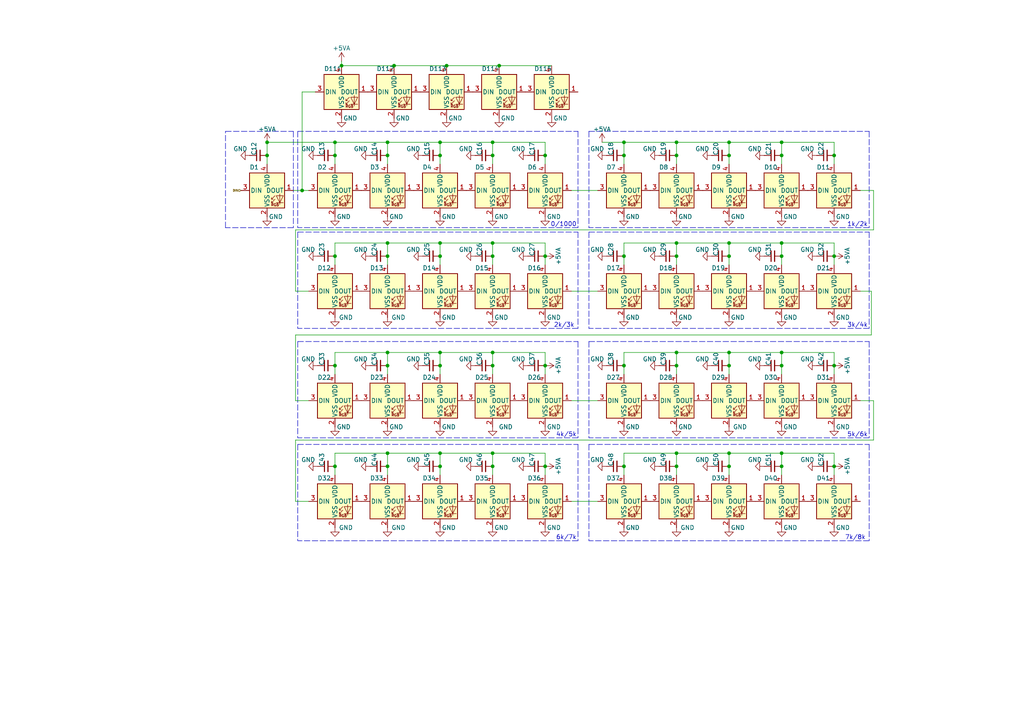
<source format=kicad_sch>
(kicad_sch (version 20211123) (generator eeschema)
  (paper "A4")
  (junction (at 180.975 41.275) (diameter 0.9144))
  (junction (at 142.875 102.235) (diameter 0.9144))
  (junction (at 180.975 106.045) (diameter 0.9144))
  (junction (at 196.215 131.445) (diameter 0.9144))
  (junction (at 211.455 70.485) (diameter 0.9144))
  (junction (at 241.935 45.085) (diameter 0.9144))
  (junction (at 211.455 131.445) (diameter 0.9144))
  (junction (at 77.47 41.275) (diameter 0.9144))
  (junction (at 196.215 135.255) (diameter 0.9144))
  (junction (at 196.215 102.235) (diameter 0.9144))
  (junction (at 112.395 70.485) (diameter 0.9144))
  (junction (at 127.635 135.255) (diameter 0.9144))
  (junction (at 226.695 102.235) (diameter 0.9144))
  (junction (at 144.78 19.05))
  (junction (at 77.47 45.085) (diameter 0.9144))
  (junction (at 142.875 74.295) (diameter 0.9144))
  (junction (at 211.455 74.295) (diameter 0.9144))
  (junction (at 180.975 135.255) (diameter 0.9144))
  (junction (at 127.635 102.235) (diameter 0.9144))
  (junction (at 112.395 41.275) (diameter 0.9144))
  (junction (at 142.875 135.255) (diameter 0.9144))
  (junction (at 127.635 70.485) (diameter 0.9144))
  (junction (at 196.215 45.085) (diameter 0.9144))
  (junction (at 241.935 74.295) (diameter 0.9144))
  (junction (at 180.975 74.295) (diameter 0.9144))
  (junction (at 241.935 106.045) (diameter 0.9144))
  (junction (at 226.695 131.445) (diameter 0.9144))
  (junction (at 158.115 74.295) (diameter 0.9144))
  (junction (at 211.455 106.045) (diameter 0.9144))
  (junction (at 127.635 106.045) (diameter 0.9144))
  (junction (at 112.395 74.295) (diameter 0.9144))
  (junction (at 142.875 45.085) (diameter 0.9144))
  (junction (at 127.635 131.445) (diameter 0.9144))
  (junction (at 226.695 106.045) (diameter 0.9144))
  (junction (at 127.635 45.085) (diameter 0.9144))
  (junction (at 180.975 45.085) (diameter 0.9144))
  (junction (at 158.115 135.255) (diameter 0.9144))
  (junction (at 97.155 45.085) (diameter 0.9144))
  (junction (at 112.395 131.445) (diameter 0.9144))
  (junction (at 112.395 106.045) (diameter 0.9144))
  (junction (at 99.06 19.05))
  (junction (at 226.695 41.275) (diameter 0.9144))
  (junction (at 226.695 70.485) (diameter 0.9144))
  (junction (at 97.155 135.255) (diameter 0.9144))
  (junction (at 97.155 41.275) (diameter 0.9144))
  (junction (at 142.875 41.275) (diameter 0.9144))
  (junction (at 127.635 41.275) (diameter 0.9144))
  (junction (at 158.115 45.085) (diameter 0.9144))
  (junction (at 97.155 106.045) (diameter 0.9144))
  (junction (at 112.395 102.235) (diameter 0.9144))
  (junction (at 226.695 135.255) (diameter 0.9144))
  (junction (at 142.875 106.045) (diameter 0.9144))
  (junction (at 142.875 70.485) (diameter 0.9144))
  (junction (at 226.695 74.295) (diameter 0.9144))
  (junction (at 241.935 135.255) (diameter 0.9144))
  (junction (at 196.215 70.485) (diameter 0.9144))
  (junction (at 211.455 41.275) (diameter 0.9144))
  (junction (at 196.215 106.045) (diameter 0.9144))
  (junction (at 114.3 19.05))
  (junction (at 129.54 19.05))
  (junction (at 158.115 106.045) (diameter 0.9144))
  (junction (at 97.155 74.295) (diameter 0.9144))
  (junction (at 211.455 135.255) (diameter 0.9144))
  (junction (at 112.395 135.255) (diameter 0.9144))
  (junction (at 226.695 45.085) (diameter 0.9144))
  (junction (at 127.635 74.295) (diameter 0.9144))
  (junction (at 196.215 41.275) (diameter 0.9144))
  (junction (at 196.215 74.295) (diameter 0.9144))
  (junction (at 211.455 45.085) (diameter 0.9144))
  (junction (at 142.875 131.445) (diameter 0.9144))
  (junction (at 87.63 55.245))
  (junction (at 211.455 102.235) (diameter 0.9144))
  (junction (at 112.395 45.085) (diameter 0.9144))
  (polyline (pts (xy 167.64 127) (xy 86.36 127)) (stroke (width 0) (type dash)))
  (wire (pts (xy 112.395 131.445) (xy 127.635 131.445)))
  (polyline (pts (xy 85.09 38.1) (xy 85.09 66.04)) (stroke (width 0) (type dash)))
  (wire (pts (xy 180.975 106.045) (xy 180.975 108.585)))
  (wire (pts (xy 253.365 55.245) (xy 253.365 66.675)))
  (polyline (pts (xy 85.09 66.04) (xy 65.405 66.04)) (stroke (width 0) (type dash)))
  (wire (pts (xy 112.395 70.485) (xy 112.395 74.295)))
  (wire (pts (xy 142.875 106.045) (xy 142.875 108.585)))
  (polyline (pts (xy 170.815 99.06) (xy 252.095 99.06)) (stroke (width 0) (type dash)))
  (wire (pts (xy 180.975 102.235) (xy 180.975 106.045)))
  (polyline (pts (xy 86.36 67.31) (xy 167.64 67.31)) (stroke (width 0) (type dash)))
  (wire (pts (xy 226.695 41.275) (xy 241.935 41.275)))
  (wire (pts (xy 97.155 70.485) (xy 97.155 74.295)))
  (wire (pts (xy 85.725 97.155) (xy 85.725 116.205)))
  (wire (pts (xy 196.215 131.445) (xy 211.455 131.445)))
  (wire (pts (xy 241.935 106.045) (xy 241.935 102.235)))
  (wire (pts (xy 112.395 102.235) (xy 127.635 102.235)))
  (wire (pts (xy 180.975 131.445) (xy 196.215 131.445)))
  (wire (pts (xy 211.455 131.445) (xy 211.455 135.255)))
  (polyline (pts (xy 252.095 156.845) (xy 170.815 156.845)) (stroke (width 0) (type dash)))
  (wire (pts (xy 180.975 70.485) (xy 180.975 74.295)))
  (wire (pts (xy 241.935 45.085) (xy 241.935 47.625)))
  (wire (pts (xy 77.47 41.275) (xy 97.155 41.275)))
  (wire (pts (xy 85.725 145.415) (xy 89.535 145.415)))
  (wire (pts (xy 241.935 70.485) (xy 241.935 74.295)))
  (wire (pts (xy 97.155 131.445) (xy 112.395 131.445)))
  (wire (pts (xy 142.875 135.255) (xy 142.875 137.795)))
  (wire (pts (xy 241.935 41.275) (xy 241.935 45.085)))
  (wire (pts (xy 112.395 131.445) (xy 112.395 135.255)))
  (wire (pts (xy 91.44 26.67) (xy 87.63 26.67)))
  (wire (pts (xy 114.3 19.05) (xy 129.54 19.05)))
  (wire (pts (xy 142.875 45.085) (xy 142.875 47.625)))
  (wire (pts (xy 112.395 41.275) (xy 127.635 41.275)))
  (wire (pts (xy 211.455 70.485) (xy 211.455 74.295)))
  (wire (pts (xy 127.635 41.275) (xy 127.635 45.085)))
  (wire (pts (xy 144.78 19.05) (xy 160.02 19.05)))
  (wire (pts (xy 158.115 106.045) (xy 158.115 108.585)))
  (wire (pts (xy 97.155 102.235) (xy 112.395 102.235)))
  (wire (pts (xy 211.455 45.085) (xy 211.455 41.275)))
  (polyline (pts (xy 167.64 128.905) (xy 167.64 156.845)) (stroke (width 0) (type dash)))
  (wire (pts (xy 180.975 131.445) (xy 180.975 135.255)))
  (wire (pts (xy 142.875 70.485) (xy 142.875 74.295)))
  (polyline (pts (xy 170.815 128.905) (xy 170.815 156.845)) (stroke (width 0) (type dash)))
  (wire (pts (xy 226.695 131.445) (xy 226.695 135.255)))
  (wire (pts (xy 180.975 41.275) (xy 180.975 45.085)))
  (wire (pts (xy 129.54 19.05) (xy 144.78 19.05)))
  (polyline (pts (xy 167.64 95.25) (xy 86.36 95.25)) (stroke (width 0) (type dash)))
  (wire (pts (xy 174.625 41.275) (xy 180.975 41.275)))
  (wire (pts (xy 196.215 106.045) (xy 196.215 108.585)))
  (wire (pts (xy 127.635 102.235) (xy 127.635 106.045)))
  (wire (pts (xy 196.215 131.445) (xy 196.215 135.255)))
  (wire (pts (xy 226.695 45.085) (xy 226.695 47.625)))
  (wire (pts (xy 112.395 74.295) (xy 112.395 76.835)))
  (wire (pts (xy 196.215 102.235) (xy 196.215 106.045)))
  (wire (pts (xy 97.155 74.295) (xy 97.155 76.835)))
  (wire (pts (xy 127.635 135.255) (xy 127.635 137.795)))
  (wire (pts (xy 158.115 70.485) (xy 158.115 74.295)))
  (wire (pts (xy 142.875 74.295) (xy 142.875 76.835)))
  (wire (pts (xy 165.735 145.415) (xy 173.355 145.415)))
  (wire (pts (xy 241.935 135.255) (xy 241.935 137.795)))
  (wire (pts (xy 112.395 106.045) (xy 112.395 108.585)))
  (wire (pts (xy 196.215 41.275) (xy 211.455 41.275)))
  (wire (pts (xy 180.975 135.255) (xy 180.975 137.795)))
  (wire (pts (xy 211.455 102.235) (xy 226.695 102.235)))
  (polyline (pts (xy 252.095 95.25) (xy 170.815 95.25)) (stroke (width 0) (type dash)))
  (wire (pts (xy 165.735 116.205) (xy 173.355 116.205)))
  (polyline (pts (xy 65.405 38.1) (xy 85.09 38.1)) (stroke (width 0) (type dash)))
  (polyline (pts (xy 170.815 67.31) (xy 170.815 95.25)) (stroke (width 0) (type dash)))
  (wire (pts (xy 241.935 106.045) (xy 241.935 108.585)))
  (wire (pts (xy 127.635 41.275) (xy 142.875 41.275)))
  (wire (pts (xy 97.155 106.045) (xy 97.155 108.585)))
  (polyline (pts (xy 167.64 38.1) (xy 167.64 66.04)) (stroke (width 0) (type dash)))
  (wire (pts (xy 211.455 41.275) (xy 226.695 41.275)))
  (wire (pts (xy 142.875 41.275) (xy 142.875 45.085)))
  (polyline (pts (xy 170.815 38.1) (xy 252.095 38.1)) (stroke (width 0) (type dash)))
  (polyline (pts (xy 170.815 99.06) (xy 170.815 127)) (stroke (width 0) (type dash)))
  (wire (pts (xy 127.635 102.235) (xy 142.875 102.235)))
  (wire (pts (xy 241.935 74.295) (xy 241.935 76.835)))
  (wire (pts (xy 158.115 74.295) (xy 158.115 76.835)))
  (wire (pts (xy 77.47 45.085) (xy 77.47 41.275)))
  (wire (pts (xy 85.725 84.455) (xy 89.535 84.455)))
  (wire (pts (xy 97.155 102.235) (xy 97.155 106.045)))
  (wire (pts (xy 211.455 131.445) (xy 226.695 131.445)))
  (wire (pts (xy 112.395 102.235) (xy 112.395 106.045)))
  (wire (pts (xy 211.455 70.485) (xy 226.695 70.485)))
  (wire (pts (xy 85.09 55.245) (xy 87.63 55.245)))
  (wire (pts (xy 241.935 131.445) (xy 241.935 135.255)))
  (wire (pts (xy 196.215 135.255) (xy 196.215 137.795)))
  (wire (pts (xy 97.155 131.445) (xy 97.155 135.255)))
  (wire (pts (xy 249.555 55.245) (xy 253.365 55.245)))
  (wire (pts (xy 249.555 116.205) (xy 253.365 116.205)))
  (wire (pts (xy 249.555 84.455) (xy 252.73 84.455)))
  (wire (pts (xy 180.975 74.295) (xy 180.975 76.835)))
  (wire (pts (xy 165.735 84.455) (xy 173.355 84.455)))
  (wire (pts (xy 196.215 41.275) (xy 196.215 45.085)))
  (wire (pts (xy 85.725 66.675) (xy 85.725 84.455)))
  (wire (pts (xy 97.155 41.275) (xy 112.395 41.275)))
  (wire (pts (xy 180.975 41.275) (xy 196.215 41.275)))
  (wire (pts (xy 112.395 135.255) (xy 112.395 137.795)))
  (wire (pts (xy 97.155 135.255) (xy 97.155 137.795)))
  (wire (pts (xy 196.215 74.295) (xy 196.215 76.835)))
  (wire (pts (xy 87.63 55.245) (xy 89.535 55.245)))
  (wire (pts (xy 112.395 70.485) (xy 127.635 70.485)))
  (wire (pts (xy 158.115 102.235) (xy 158.115 106.045)))
  (polyline (pts (xy 86.36 99.06) (xy 86.36 127)) (stroke (width 0) (type dash)))
  (wire (pts (xy 127.635 106.045) (xy 127.635 108.585)))
  (polyline (pts (xy 170.815 67.31) (xy 252.095 67.31)) (stroke (width 0) (type dash)))
  (wire (pts (xy 142.875 70.485) (xy 158.115 70.485)))
  (wire (pts (xy 127.635 70.485) (xy 127.635 74.295)))
  (wire (pts (xy 211.455 135.255) (xy 211.455 137.795)))
  (wire (pts (xy 226.695 70.485) (xy 226.695 74.295)))
  (wire (pts (xy 196.215 45.085) (xy 196.215 47.625)))
  (polyline (pts (xy 252.095 128.905) (xy 252.095 156.845)) (stroke (width 0) (type dash)))
  (wire (pts (xy 142.875 102.235) (xy 142.875 106.045)))
  (wire (pts (xy 97.155 41.275) (xy 97.155 45.085)))
  (wire (pts (xy 226.695 41.275) (xy 226.695 45.085)))
  (wire (pts (xy 253.365 66.675) (xy 85.725 66.675)))
  (wire (pts (xy 112.395 45.085) (xy 112.395 47.625)))
  (wire (pts (xy 127.635 74.295) (xy 127.635 76.835)))
  (wire (pts (xy 87.63 26.67) (xy 87.63 55.245)))
  (polyline (pts (xy 252.095 127) (xy 170.815 127)) (stroke (width 0) (type dash)))
  (wire (pts (xy 226.695 102.235) (xy 241.935 102.235)))
  (wire (pts (xy 127.635 131.445) (xy 127.635 135.255)))
  (polyline (pts (xy 252.095 38.1) (xy 252.095 66.04)) (stroke (width 0) (type dash)))
  (polyline (pts (xy 167.64 99.06) (xy 167.64 127)) (stroke (width 0) (type dash)))
  (wire (pts (xy 253.365 127.635) (xy 85.725 127.635)))
  (polyline (pts (xy 167.64 66.04) (xy 86.36 66.04)) (stroke (width 0) (type dash)))
  (wire (pts (xy 226.695 74.295) (xy 226.695 76.835)))
  (wire (pts (xy 196.215 70.485) (xy 196.215 74.295)))
  (wire (pts (xy 97.155 70.485) (xy 112.395 70.485)))
  (wire (pts (xy 196.215 102.235) (xy 211.455 102.235)))
  (wire (pts (xy 127.635 131.445) (xy 142.875 131.445)))
  (wire (pts (xy 226.695 131.445) (xy 241.935 131.445)))
  (wire (pts (xy 158.115 135.255) (xy 158.115 137.795)))
  (polyline (pts (xy 65.405 66.04) (xy 65.405 38.1)) (stroke (width 0) (type dash)))
  (wire (pts (xy 180.975 70.485) (xy 196.215 70.485)))
  (wire (pts (xy 196.215 70.485) (xy 211.455 70.485)))
  (polyline (pts (xy 167.64 156.845) (xy 86.36 156.845)) (stroke (width 0) (type dash)))
  (wire (pts (xy 211.455 106.045) (xy 211.455 102.235)))
  (wire (pts (xy 226.695 70.485) (xy 241.935 70.485)))
  (polyline (pts (xy 86.36 99.06) (xy 167.64 99.06)) (stroke (width 0) (type dash)))
  (polyline (pts (xy 170.815 38.1) (xy 170.815 66.04)) (stroke (width 0) (type dash)))
  (wire (pts (xy 158.115 45.085) (xy 158.115 47.625)))
  (polyline (pts (xy 252.095 67.31) (xy 252.095 95.25)) (stroke (width 0) (type dash)))
  (wire (pts (xy 165.735 55.245) (xy 173.355 55.245)))
  (polyline (pts (xy 167.64 67.31) (xy 167.64 95.25)) (stroke (width 0) (type dash)))
  (polyline (pts (xy 86.36 67.31) (xy 86.36 95.25)) (stroke (width 0) (type dash)))
  (wire (pts (xy 211.455 45.085) (xy 211.455 47.625)))
  (polyline (pts (xy 86.36 128.905) (xy 86.36 156.845)) (stroke (width 0) (type dash)))
  (wire (pts (xy 211.455 106.045) (xy 211.455 108.585)))
  (wire (pts (xy 226.695 106.045) (xy 226.695 108.585)))
  (wire (pts (xy 253.365 116.205) (xy 253.365 127.635)))
  (wire (pts (xy 211.455 74.295) (xy 211.455 76.835)))
  (wire (pts (xy 99.06 17.78) (xy 99.06 19.05)))
  (wire (pts (xy 226.695 135.255) (xy 226.695 137.795)))
  (wire (pts (xy 252.73 97.155) (xy 85.725 97.155)))
  (wire (pts (xy 142.875 41.275) (xy 158.115 41.275)))
  (polyline (pts (xy 252.095 99.06) (xy 252.095 127)) (stroke (width 0) (type dash)))
  (wire (pts (xy 77.47 45.085) (xy 77.47 47.625)))
  (wire (pts (xy 158.115 41.275) (xy 158.115 45.085)))
  (wire (pts (xy 158.115 135.255) (xy 158.115 131.445)))
  (polyline (pts (xy 252.095 66.04) (xy 170.815 66.04)) (stroke (width 0) (type dash)))
  (wire (pts (xy 112.395 41.275) (xy 112.395 45.085)))
  (wire (pts (xy 142.875 102.235) (xy 158.115 102.235)))
  (wire (pts (xy 142.875 131.445) (xy 142.875 135.255)))
  (polyline (pts (xy 170.815 128.905) (xy 252.095 128.905)) (stroke (width 0) (type dash)))
  (wire (pts (xy 97.155 45.085) (xy 97.155 47.625)))
  (wire (pts (xy 127.635 70.485) (xy 142.875 70.485)))
  (wire (pts (xy 99.06 19.05) (xy 114.3 19.05)))
  (polyline (pts (xy 86.36 38.1) (xy 86.36 66.04)) (stroke (width 0) (type dash)))
  (wire (pts (xy 180.975 102.235) (xy 196.215 102.235)))
  (wire (pts (xy 85.725 116.205) (xy 89.535 116.205)))
  (wire (pts (xy 85.725 127.635) (xy 85.725 145.415)))
  (polyline (pts (xy 86.36 38.1) (xy 167.64 38.1)) (stroke (width 0) (type dash)))
  (wire (pts (xy 226.695 106.045) (xy 226.695 102.235)))
  (wire (pts (xy 142.875 131.445) (xy 158.115 131.445)))
  (wire (pts (xy 252.73 84.455) (xy 252.73 97.155)))
  (wire (pts (xy 180.975 45.085) (xy 180.975 47.625)))
  (wire (pts (xy 127.635 45.085) (xy 127.635 47.625)))
  (polyline (pts (xy 86.36 128.905) (xy 167.64 128.905)) (stroke (width 0) (type dash)))
  (text "6k/7k" (at 167.259 156.718 180) (effects (font (size 1.27 1.27)) (justify right bottom)))
  (text "3k/4k" (at 251.714 95.123 180) (effects (font (size 1.27 1.27)) (justify right bottom)))
  (text "2k/3k" (at 166.624 95.123 180) (effects (font (size 1.27 1.27)) (justify right bottom)))
  (text "5k/6k" (at 251.714 126.873 180) (effects (font (size 1.27 1.27)) (justify right bottom)))
  (text "7k/8k" (at 251.079 156.718 180) (effects (font (size 1.27 1.27)) (justify right bottom)))
  (text "4k/5k" (at 167.259 126.873 180) (effects (font (size 1.27 1.27)) (justify right bottom)))
  (text "0/1000" (at 167.259 65.913 180) (effects (font (size 1.27 1.27)) (justify right bottom)))
  (text "1k/2k" (at 251.714 65.913 180) (effects (font (size 1.27 1.27)) (justify right bottom)))
  (hierarchical_label "DIN" (shape input) (at 69.85 55.245 180) (effects (font (size 0.6 0.6))))
  (symbol (lib_id "power:GND") (at 137.795 45.085 270) (unit 1)
    (property "Reference" "#PWR017" (effects hide))
    (property "Value" "GND" (at 137.16 43.1799 90) (effects (justify right)))
  )
  (symbol (lib_id "Device:C_Small") (at 125.095 74.295 90) (unit 1)
    (property "Reference" "C25" (at 123.825 74.295 0) (effects (justify left)))
    (property "Value" "100nF" (effects hide))
    (property "Footprint" "Capacitor_SMD:C_0805_2012Metric" (effects hide))
    (property "LCSC" "C49678" (effects hide))
  )
  (symbol (lib_id "LED:SK6812MINI") (at 97.155 55.245 0) (unit 1)
    (property "Reference" "D2" (at 92.075 48.5139 0) (effects (justify left)))
    (property "Value" "WS2812B" (effects hide))
    (property "Footprint" "dashdash_lib:LED_WS2812-2020" (effects hide))
    (property "Datasheet" "https://cdn-shop.adafruit.com/product-files/2686/SK6812MINI_REV.01-1-2.pdf" (effects hide))
  )
  (symbol (lib_id "power:+5VA") (at 99.06 17.78 0) (unit 1)
    (property "Reference" "#PWR0152" (effects hide))
    (property "Value" "+5VA" (at 99.06 13.97 0))
  )
  (symbol (lib_id "power:GND") (at 127.635 123.825 0) (unit 1)
    (property "Reference" "#PWR071" (effects hide))
    (property "Value" "GND" (at 130.175 123.825 0))
  )
  (symbol (lib_id "LED:SK6812MINI") (at 158.115 84.455 0) (unit 1)
    (property "Reference" "D16" (at 153.035 77.7239 0) (effects (justify left)))
    (property "Value" "WS2812B" (effects hide))
    (property "Footprint" "dashdash_lib:LED_WS2812-2020" (effects hide))
    (property "Datasheet" "https://cdn-shop.adafruit.com/product-files/2686/SK6812MINI_REV.01-1-2.pdf" (effects hide))
  )
  (symbol (lib_id "Device:C_Small") (at 140.335 106.045 90) (unit 1)
    (property "Reference" "C36" (at 139.065 106.045 0) (effects (justify left)))
    (property "Value" "100nF" (effects hide))
    (property "Footprint" "Capacitor_SMD:C_0805_2012Metric" (effects hide))
    (property "LCSC" "C49678" (effects hide))
  )
  (symbol (lib_id "power:GND") (at 175.895 135.255 270) (unit 1)
    (property "Reference" "#PWR085" (effects hide))
    (property "Value" "GND" (at 175.26 133.3499 90) (effects (justify right)))
  )
  (symbol (lib_id "power:+5VA") (at 158.115 106.045 270) (unit 1)
    (property "Reference" "#PWR062" (effects hide))
    (property "Value" "+5VA" (at 161.925 106.045 0))
  )
  (symbol (lib_id "LED:SK6812MINI") (at 160.02 26.67 0) (unit 1)
    (property "Reference" "D115" (at 154.94 19.9389 0) (effects (justify left)))
    (property "Value" "WS2812B" (effects hide))
    (property "Footprint" "dashdash_lib:LED_WS2812-2020" (effects hide))
    (property "Datasheet" "https://cdn-shop.adafruit.com/product-files/2686/SK6812MINI_REV.01-1-2.pdf" (effects hide))
  )
  (symbol (lib_id "LED:SK6812MINI") (at 158.115 55.245 0) (unit 1)
    (property "Reference" "D6" (at 153.035 48.5139 0) (effects (justify left)))
    (property "Value" "WS2812B" (effects hide))
    (property "Footprint" "dashdash_lib:LED_WS2812-2020" (effects hide))
    (property "Datasheet" "https://cdn-shop.adafruit.com/product-files/2686/SK6812MINI_REV.01-1-2.pdf" (effects hide))
  )
  (symbol (lib_id "LED:SK6812MINI") (at 211.455 116.205 0) (unit 1)
    (property "Reference" "D29" (at 206.375 109.4739 0) (effects (justify left)))
    (property "Value" "WS2812B" (effects hide))
    (property "Footprint" "dashdash_lib:LED_WS2812-2020" (effects hide))
    (property "Datasheet" "https://cdn-shop.adafruit.com/product-files/2686/SK6812MINI_REV.01-1-2.pdf" (effects hide))
  )
  (symbol (lib_id "Device:C_Small") (at 140.335 45.085 90) (unit 1)
    (property "Reference" "C16" (at 139.065 45.085 0) (effects (justify left)))
    (property "Value" "100nF" (effects hide))
    (property "Footprint" "Capacitor_SMD:C_0805_2012Metric" (effects hide))
    (property "LCSC" "C49678" (effects hide))
  )
  (symbol (lib_id "LED:SK6812MINI") (at 142.875 55.245 0) (unit 1)
    (property "Reference" "D5" (at 137.795 48.5139 0) (effects (justify left)))
    (property "Value" "WS2812B" (effects hide))
    (property "Footprint" "dashdash_lib:LED_WS2812-2020" (effects hide))
    (property "Datasheet" "https://cdn-shop.adafruit.com/product-files/2686/SK6812MINI_REV.01-1-2.pdf" (effects hide))
  )
  (symbol (lib_id "power:GND") (at 153.035 135.255 270) (unit 1)
    (property "Reference" "#PWR083" (effects hide))
    (property "Value" "GND" (at 152.4 133.3499 90) (effects (justify right)))
  )
  (symbol (lib_id "power:GND") (at 241.935 62.865 0) (unit 1)
    (property "Reference" "#PWR034" (effects hide))
    (property "Value" "GND" (at 244.475 62.865 0))
  )
  (symbol (lib_id "power:GND") (at 236.855 106.045 270) (unit 1)
    (property "Reference" "#PWR067" (effects hide))
    (property "Value" "GND" (at 236.22 104.1399 90) (effects (justify right)))
  )
  (symbol (lib_id "power:GND") (at 97.155 62.865 0) (unit 1)
    (property "Reference" "#PWR025" (effects hide))
    (property "Value" "GND" (at 99.695 62.865 0))
  )
  (symbol (lib_id "Device:C_Small") (at 125.095 106.045 90) (unit 1)
    (property "Reference" "C35" (at 123.825 106.045 0) (effects (justify left)))
    (property "Value" "100nF" (effects hide))
    (property "Footprint" "Capacitor_SMD:C_0805_2012Metric" (effects hide))
    (property "LCSC" "C49678" (effects hide))
  )
  (symbol (lib_id "LED:SK6812MINI") (at 142.875 145.415 0) (unit 1)
    (property "Reference" "D35" (at 137.795 138.6839 0) (effects (justify left)))
    (property "Value" "WS2812B" (effects hide))
    (property "Footprint" "dashdash_lib:LED_WS2812-2020" (effects hide))
    (property "Datasheet" "https://cdn-shop.adafruit.com/product-files/2686/SK6812MINI_REV.01-1-2.pdf" (effects hide))
  )
  (symbol (lib_id "Device:C_Small") (at 178.435 74.295 90) (unit 1)
    (property "Reference" "C28" (at 177.165 74.295 0) (effects (justify left)))
    (property "Value" "100nF" (effects hide))
    (property "Footprint" "Capacitor_SMD:C_0805_2012Metric" (effects hide))
    (property "LCSC" "C49678" (effects hide))
  )
  (symbol (lib_id "power:GND") (at 107.315 135.255 270) (unit 1)
    (property "Reference" "#PWR080" (effects hide))
    (property "Value" "GND" (at 106.68 133.3499 90) (effects (justify right)))
  )
  (symbol (lib_id "Device:C_Small") (at 155.575 135.255 90) (unit 1)
    (property "Reference" "C47" (at 154.305 135.255 0) (effects (justify left)))
    (property "Value" "100nF" (effects hide))
    (property "Footprint" "Capacitor_SMD:C_0805_2012Metric" (effects hide))
    (property "LCSC" "C49678" (effects hide))
  )
  (symbol (lib_id "power:GND") (at 77.47 62.865 0) (unit 1)
    (property "Reference" "#PWR024" (effects hide))
    (property "Value" "GND" (at 80.01 62.865 0))
  )
  (symbol (lib_id "Device:C_Small") (at 155.575 74.295 90) (unit 1)
    (property "Reference" "C27" (at 154.305 74.295 0) (effects (justify left)))
    (property "Value" "100nF" (effects hide))
    (property "Footprint" "Capacitor_SMD:C_0805_2012Metric" (effects hide))
    (property "LCSC" "C49678" (effects hide))
  )
  (symbol (lib_id "power:GND") (at 180.975 62.865 0) (unit 1)
    (property "Reference" "#PWR030" (effects hide))
    (property "Value" "GND" (at 183.515 62.865 0))
  )
  (symbol (lib_id "Device:C_Small") (at 140.335 135.255 90) (unit 1)
    (property "Reference" "C46" (at 139.065 135.255 0) (effects (justify left)))
    (property "Value" "100nF" (effects hide))
    (property "Footprint" "Capacitor_SMD:C_0805_2012Metric" (effects hide))
    (property "LCSC" "C49678" (effects hide))
  )
  (symbol (lib_id "LED:SK6812MINI") (at 97.155 145.415 0) (unit 1)
    (property "Reference" "D32" (at 92.075 138.6839 0) (effects (justify left)))
    (property "Value" "WS2812B" (effects hide))
    (property "Footprint" "dashdash_lib:LED_WS2812-2020" (effects hide))
    (property "Datasheet" "https://cdn-shop.adafruit.com/product-files/2686/SK6812MINI_REV.01-1-2.pdf" (effects hide))
  )
  (symbol (lib_id "Device:C_Small") (at 208.915 74.295 90) (unit 1)
    (property "Reference" "C30" (at 207.645 74.295 0) (effects (justify left)))
    (property "Value" "100nF" (effects hide))
    (property "Footprint" "Capacitor_SMD:C_0805_2012Metric" (effects hide))
    (property "LCSC" "C49678" (effects hide))
  )
  (symbol (lib_id "power:GND") (at 236.855 45.085 270) (unit 1)
    (property "Reference" "#PWR023" (effects hide))
    (property "Value" "GND" (at 236.22 43.1799 90) (effects (justify right)))
  )
  (symbol (lib_id "LED:SK6812MINI") (at 112.395 116.205 0) (unit 1)
    (property "Reference" "D23" (at 107.315 109.4739 0) (effects (justify left)))
    (property "Value" "WS2812B" (effects hide))
    (property "Footprint" "dashdash_lib:LED_WS2812-2020" (effects hide))
    (property "Datasheet" "https://cdn-shop.adafruit.com/product-files/2686/SK6812MINI_REV.01-1-2.pdf" (effects hide))
  )
  (symbol (lib_id "LED:SK6812MINI") (at 114.3 26.67 0) (unit 1)
    (property "Reference" "D112" (at 109.22 19.9389 0) (effects (justify left)))
    (property "Value" "WS2812B" (effects hide))
    (property "Footprint" "dashdash_lib:LED_WS2812-2020" (effects hide))
    (property "Datasheet" "https://cdn-shop.adafruit.com/product-files/2686/SK6812MINI_REV.01-1-2.pdf" (effects hide))
  )
  (symbol (lib_id "LED:SK6812MINI") (at 241.935 55.245 0) (unit 1)
    (property "Reference" "D11" (at 236.855 48.5139 0) (effects (justify left)))
    (property "Value" "WS2812B" (effects hide))
    (property "Footprint" "dashdash_lib:LED_WS2812-2020" (effects hide))
    (property "Datasheet" "https://cdn-shop.adafruit.com/product-files/2686/SK6812MINI_REV.01-1-2.pdf" (effects hide))
  )
  (symbol (lib_id "LED:SK6812MINI") (at 112.395 84.455 0) (unit 1)
    (property "Reference" "D13" (at 107.315 77.7239 0) (effects (justify left)))
    (property "Value" "WS2812B" (effects hide))
    (property "Footprint" "dashdash_lib:LED_WS2812-2020" (effects hide))
    (property "Datasheet" "https://cdn-shop.adafruit.com/product-files/2686/SK6812MINI_REV.01-1-2.pdf" (effects hide))
  )
  (symbol (lib_id "LED:SK6812MINI") (at 226.695 84.455 0) (unit 1)
    (property "Reference" "D20" (at 221.615 77.7239 0) (effects (justify left)))
    (property "Value" "WS2812B" (effects hide))
    (property "Footprint" "dashdash_lib:LED_WS2812-2020" (effects hide))
    (property "Datasheet" "https://cdn-shop.adafruit.com/product-files/2686/SK6812MINI_REV.01-1-2.pdf" (effects hide))
  )
  (symbol (lib_id "Device:C_Small") (at 224.155 74.295 90) (unit 1)
    (property "Reference" "C31" (at 222.885 74.295 0) (effects (justify left)))
    (property "Value" "100nF" (effects hide))
    (property "Footprint" "Capacitor_SMD:C_0805_2012Metric" (effects hide))
    (property "LCSC" "C49678" (effects hide))
  )
  (symbol (lib_id "Device:C_Small") (at 193.675 74.295 90) (unit 1)
    (property "Reference" "C29" (at 192.405 74.295 0) (effects (justify left)))
    (property "Value" "100nF" (effects hide))
    (property "Footprint" "Capacitor_SMD:C_0805_2012Metric" (effects hide))
    (property "LCSC" "C49678" (effects hide))
  )
  (symbol (lib_id "power:GND") (at 221.615 106.045 270) (unit 1)
    (property "Reference" "#PWR066" (effects hide))
    (property "Value" "GND" (at 220.98 104.1399 90) (effects (justify right)))
  )
  (symbol (lib_id "power:GND") (at 97.155 123.825 0) (unit 1)
    (property "Reference" "#PWR069" (effects hide))
    (property "Value" "GND" (at 99.695 123.825 0))
  )
  (symbol (lib_id "LED:SK6812MINI") (at 129.54 26.67 0) (unit 1)
    (property "Reference" "D113" (at 124.46 19.9389 0) (effects (justify left)))
    (property "Value" "WS2812B" (effects hide))
    (property "Footprint" "dashdash_lib:LED_WS2812-2020" (effects hide))
    (property "Datasheet" "https://cdn-shop.adafruit.com/product-files/2686/SK6812MINI_REV.01-1-2.pdf" (effects hide))
  )
  (symbol (lib_id "Device:C_Small") (at 140.335 74.295 90) (unit 1)
    (property "Reference" "C26" (at 139.065 74.295 0) (effects (justify left)))
    (property "Value" "100nF" (effects hide))
    (property "Footprint" "Capacitor_SMD:C_0805_2012Metric" (effects hide))
    (property "LCSC" "C49678" (effects hide))
  )
  (symbol (lib_id "power:GND") (at 127.635 153.035 0) (unit 1)
    (property "Reference" "#PWR0109" (effects hide))
    (property "Value" "GND" (at 130.175 153.035 0))
  )
  (symbol (lib_id "Device:C_Small") (at 74.93 45.085 90) (unit 1)
    (property "Reference" "C12" (at 73.66 45.085 0) (effects (justify left)))
    (property "Value" "100nF" (effects hide))
    (property "Footprint" "Capacitor_SMD:C_0805_2012Metric" (effects hide))
    (property "LCSC" "C49678" (effects hide))
  )
  (symbol (lib_id "Device:C_Small") (at 178.435 106.045 90) (unit 1)
    (property "Reference" "C38" (at 177.165 106.045 0) (effects (justify left)))
    (property "Value" "100nF" (effects hide))
    (property "Footprint" "Capacitor_SMD:C_0805_2012Metric" (effects hide))
    (property "LCSC" "C49678" (effects hide))
  )
  (symbol (lib_id "Device:C_Small") (at 109.855 135.255 90) (unit 1)
    (property "Reference" "C44" (at 108.585 135.255 0) (effects (justify left)))
    (property "Value" "100nF" (effects hide))
    (property "Footprint" "Capacitor_SMD:C_0805_2012Metric" (effects hide))
    (property "LCSC" "C49678" (effects hide))
  )
  (symbol (lib_id "LED:SK6812MINI") (at 112.395 145.415 0) (unit 1)
    (property "Reference" "D33" (at 107.315 138.6839 0) (effects (justify left)))
    (property "Value" "WS2812B" (effects hide))
    (property "Footprint" "dashdash_lib:LED_WS2812-2020" (effects hide))
    (property "Datasheet" "https://cdn-shop.adafruit.com/product-files/2686/SK6812MINI_REV.01-1-2.pdf" (effects hide))
  )
  (symbol (lib_id "power:GND") (at 107.315 45.085 270) (unit 1)
    (property "Reference" "#PWR015" (effects hide))
    (property "Value" "GND" (at 106.68 43.1799 90) (effects (justify right)))
  )
  (symbol (lib_id "power:GND") (at 72.39 45.085 270) (unit 1)
    (property "Reference" "#PWR013" (effects hide))
    (property "Value" "GND" (at 71.755 43.1799 90) (effects (justify right)))
  )
  (symbol (lib_id "LED:SK6812MINI") (at 226.695 116.205 0) (unit 1)
    (property "Reference" "D30" (at 221.615 109.4739 0) (effects (justify left)))
    (property "Value" "WS2812B" (effects hide))
    (property "Footprint" "dashdash_lib:LED_WS2812-2020" (effects hide))
    (property "Datasheet" "https://cdn-shop.adafruit.com/product-files/2686/SK6812MINI_REV.01-1-2.pdf" (effects hide))
  )
  (symbol (lib_id "Device:C_Small") (at 208.915 45.085 90) (unit 1)
    (property "Reference" "C20" (at 207.645 45.085 0) (effects (justify left)))
    (property "Value" "100nF" (effects hide))
    (property "Footprint" "Capacitor_SMD:C_0805_2012Metric" (effects hide))
    (property "LCSC" "C49678" (effects hide))
  )
  (symbol (lib_id "LED:SK6812MINI") (at 180.975 84.455 0) (unit 1)
    (property "Reference" "D17" (at 175.895 77.7239 0) (effects (justify left)))
    (property "Value" "WS2812B" (effects hide))
    (property "Footprint" "dashdash_lib:LED_WS2812-2020" (effects hide))
    (property "Datasheet" "https://cdn-shop.adafruit.com/product-files/2686/SK6812MINI_REV.01-1-2.pdf" (effects hide))
  )
  (symbol (lib_id "power:GND") (at 196.215 123.825 0) (unit 1)
    (property "Reference" "#PWR075" (effects hide))
    (property "Value" "GND" (at 198.755 123.825 0))
  )
  (symbol (lib_id "power:GND") (at 142.875 62.865 0) (unit 1)
    (property "Reference" "#PWR028" (effects hide))
    (property "Value" "GND" (at 145.415 62.865 0))
  )
  (symbol (lib_id "power:GND") (at 158.115 62.865 0) (unit 1)
    (property "Reference" "#PWR029" (effects hide))
    (property "Value" "GND" (at 160.655 62.865 0))
  )
  (symbol (lib_id "power:GND") (at 137.795 74.295 270) (unit 1)
    (property "Reference" "#PWR038" (effects hide))
    (property "Value" "GND" (at 137.16 72.3899 90) (effects (justify right)))
  )
  (symbol (lib_id "LED:SK6812MINI") (at 196.215 84.455 0) (unit 1)
    (property "Reference" "D18" (at 191.135 77.7239 0) (effects (justify left)))
    (property "Value" "WS2812B" (effects hide))
    (property "Footprint" "dashdash_lib:LED_WS2812-2020" (effects hide))
    (property "Datasheet" "https://cdn-shop.adafruit.com/product-files/2686/SK6812MINI_REV.01-1-2.pdf" (effects hide))
  )
  (symbol (lib_id "LED:SK6812MINI") (at 127.635 84.455 0) (unit 1)
    (property "Reference" "D14" (at 122.555 77.7239 0) (effects (justify left)))
    (property "Value" "WS2812B" (effects hide))
    (property "Footprint" "dashdash_lib:LED_WS2812-2020" (effects hide))
    (property "Datasheet" "https://cdn-shop.adafruit.com/product-files/2686/SK6812MINI_REV.01-1-2.pdf" (effects hide))
  )
  (symbol (lib_id "power:GND") (at 175.895 106.045 270) (unit 1)
    (property "Reference" "#PWR063" (effects hide))
    (property "Value" "GND" (at 175.26 104.1399 90) (effects (justify right)))
  )
  (symbol (lib_id "power:GND") (at 137.795 106.045 270) (unit 1)
    (property "Reference" "#PWR060" (effects hide))
    (property "Value" "GND" (at 137.16 104.1399 90) (effects (justify right)))
  )
  (symbol (lib_id "LED:SK6812MINI") (at 127.635 116.205 0) (unit 1)
    (property "Reference" "D24" (at 122.555 109.4739 0) (effects (justify left)))
    (property "Value" "WS2812B" (effects hide))
    (property "Footprint" "dashdash_lib:LED_WS2812-2020" (effects hide))
    (property "Datasheet" "https://cdn-shop.adafruit.com/product-files/2686/SK6812MINI_REV.01-1-2.pdf" (effects hide))
  )
  (symbol (lib_id "LED:SK6812MINI") (at 97.155 116.205 0) (unit 1)
    (property "Reference" "D22" (at 92.075 109.4739 0) (effects (justify left)))
    (property "Value" "WS2812B" (effects hide))
    (property "Footprint" "dashdash_lib:LED_WS2812-2020" (effects hide))
    (property "Datasheet" "https://cdn-shop.adafruit.com/product-files/2686/SK6812MINI_REV.01-1-2.pdf" (effects hide))
  )
  (symbol (lib_id "power:GND") (at 236.855 74.295 270) (unit 1)
    (property "Reference" "#PWR045" (effects hide))
    (property "Value" "GND" (at 236.22 72.3899 90) (effects (justify right)))
  )
  (symbol (lib_id "LED:SK6812MINI") (at 127.635 55.245 0) (unit 1)
    (property "Reference" "D4" (at 122.555 48.5139 0) (effects (justify left)))
    (property "Value" "WS2812B" (effects hide))
    (property "Footprint" "dashdash_lib:LED_WS2812-2020" (effects hide))
    (property "Datasheet" "https://cdn-shop.adafruit.com/product-files/2686/SK6812MINI_REV.01-1-2.pdf" (effects hide))
  )
  (symbol (lib_id "power:GND") (at 99.06 34.29 0) (unit 1)
    (property "Reference" "#PWR0153" (effects hide))
    (property "Value" "GND" (at 101.6 34.29 0))
  )
  (symbol (lib_id "LED:SK6812MINI") (at 180.975 145.415 0) (unit 1) (in_bom no) (on_board no)
    (property "Reference" "D37" (at 175.895 138.6839 0) (effects (justify left)))
    (property "Value" "WS2812B" (effects hide))
    (property "Footprint" "dashdash_lib:LED_WS2812-2020" (effects hide))
    (property "Datasheet" "https://cdn-shop.adafruit.com/product-files/2686/SK6812MINI_REV.01-1-2.pdf" (effects hide))
  )
  (symbol (lib_id "power:+5VA") (at 241.935 74.295 270) (unit 1)
    (property "Reference" "#PWR046" (effects hide))
    (property "Value" "+5VA" (at 245.745 74.295 0))
  )
  (symbol (lib_id "power:GND") (at 92.075 45.085 270) (unit 1)
    (property "Reference" "#PWR014" (effects hide))
    (property "Value" "GND" (at 91.44 43.1799 90) (effects (justify right)))
  )
  (symbol (lib_id "power:GND") (at 158.115 153.035 0) (unit 1)
    (property "Reference" "#PWR0111" (effects hide))
    (property "Value" "GND" (at 160.655 153.035 0))
  )
  (symbol (lib_id "power:GND") (at 226.695 62.865 0) (unit 1)
    (property "Reference" "#PWR033" (effects hide))
    (property "Value" "GND" (at 229.235 62.865 0))
  )
  (symbol (lib_id "Device:C_Small") (at 193.675 106.045 90) (unit 1)
    (property "Reference" "C39" (at 192.405 106.045 0) (effects (justify left)))
    (property "Value" "100nF" (effects hide))
    (property "Footprint" "Capacitor_SMD:C_0805_2012Metric" (effects hide))
    (property "LCSC" "C49678" (effects hide))
  )
  (symbol (lib_id "power:GND") (at 221.615 74.295 270) (unit 1)
    (property "Reference" "#PWR044" (effects hide))
    (property "Value" "GND" (at 220.98 72.3899 90) (effects (justify right)))
  )
  (symbol (lib_id "power:GND") (at 97.155 153.035 0) (unit 1)
    (property "Reference" "#PWR0107" (effects hide))
    (property "Value" "GND" (at 100.33 153.035 0))
  )
  (symbol (lib_id "power:GND") (at 142.875 153.035 0) (unit 1)
    (property "Reference" "#PWR0110" (effects hide))
    (property "Value" "GND" (at 145.415 153.035 0))
  )
  (symbol (lib_id "power:GND") (at 226.695 153.035 0) (unit 1)
    (property "Reference" "#PWR0115" (effects hide))
    (property "Value" "GND" (at 229.235 153.035 0))
  )
  (symbol (lib_id "LED:SK6812MINI") (at 226.695 145.415 0) (unit 1) (in_bom no) (on_board no)
    (property "Reference" "D40" (at 221.615 138.6839 0) (effects (justify left)))
    (property "Value" "WS2812B" (effects hide))
    (property "Footprint" "dashdash_lib:LED_WS2812-2020" (effects hide))
    (property "Datasheet" "https://cdn-shop.adafruit.com/product-files/2686/SK6812MINI_REV.01-1-2.pdf" (effects hide))
  )
  (symbol (lib_id "power:GND") (at 206.375 45.085 270) (unit 1)
    (property "Reference" "#PWR021" (effects hide))
    (property "Value" "GND" (at 205.74 43.1799 90) (effects (justify right)))
  )
  (symbol (lib_id "LED:SK6812MINI") (at 180.975 55.245 0) (unit 1)
    (property "Reference" "D7" (at 175.895 48.5139 0) (effects (justify left)))
    (property "Value" "WS2812B" (effects hide))
    (property "Footprint" "dashdash_lib:LED_WS2812-2020" (effects hide))
    (property "Datasheet" "https://cdn-shop.adafruit.com/product-files/2686/SK6812MINI_REV.01-1-2.pdf" (effects hide))
  )
  (symbol (lib_id "LED:SK6812MINI") (at 144.78 26.67 0) (unit 1)
    (property "Reference" "D114" (at 139.7 19.9389 0) (effects (justify left)))
    (property "Value" "WS2812B" (effects hide))
    (property "Footprint" "dashdash_lib:LED_WS2812-2020" (effects hide))
    (property "Datasheet" "https://cdn-shop.adafruit.com/product-files/2686/SK6812MINI_REV.01-1-2.pdf" (effects hide))
  )
  (symbol (lib_id "LED:SK6812MINI") (at 112.395 55.245 0) (unit 1)
    (property "Reference" "D3" (at 107.315 48.5139 0) (effects (justify left)))
    (property "Value" "WS2812B" (effects hide))
    (property "Footprint" "dashdash_lib:LED_WS2812-2020" (effects hide))
    (property "Datasheet" "https://cdn-shop.adafruit.com/product-files/2686/SK6812MINI_REV.01-1-2.pdf" (effects hide))
  )
  (symbol (lib_id "LED:SK6812MINI") (at 211.455 55.245 0) (unit 1)
    (property "Reference" "D9" (at 206.375 48.5139 0) (effects (justify left)))
    (property "Value" "WS2812B" (effects hide))
    (property "Footprint" "dashdash_lib:LED_WS2812-2020" (effects hide))
    (property "Datasheet" "https://cdn-shop.adafruit.com/product-files/2686/SK6812MINI_REV.01-1-2.pdf" (effects hide))
  )
  (symbol (lib_id "power:GND") (at 211.455 92.075 0) (unit 1)
    (property "Reference" "#PWR054" (effects hide))
    (property "Value" "GND" (at 213.995 92.075 0))
  )
  (symbol (lib_id "LED:SK6812MINI") (at 196.215 55.245 0) (unit 1)
    (property "Reference" "D8" (at 191.135 48.5139 0) (effects (justify left)))
    (property "Value" "WS2812B" (effects hide))
    (property "Footprint" "dashdash_lib:LED_WS2812-2020" (effects hide))
    (property "Datasheet" "https://cdn-shop.adafruit.com/product-files/2686/SK6812MINI_REV.01-1-2.pdf" (effects hide))
  )
  (symbol (lib_id "LED:SK6812MINI") (at 97.155 84.455 0) (unit 1)
    (property "Reference" "D12" (at 92.075 77.7239 0) (effects (justify left)))
    (property "Value" "WS2812B" (effects hide))
    (property "Footprint" "dashdash_lib:LED_WS2812-2020" (effects hide))
    (property "Datasheet" "https://cdn-shop.adafruit.com/product-files/2686/SK6812MINI_REV.01-1-2.pdf" (effects hide))
  )
  (symbol (lib_id "power:GND") (at 211.455 153.035 0) (unit 1)
    (property "Reference" "#PWR0114" (effects hide))
    (property "Value" "GND" (at 213.995 153.035 0))
  )
  (symbol (lib_id "Device:C_Small") (at 155.575 106.045 90) (unit 1)
    (property "Reference" "C37" (at 154.305 106.045 0) (effects (justify left)))
    (property "Value" "100nF" (effects hide))
    (property "Footprint" "Capacitor_SMD:C_0805_2012Metric" (effects hide))
    (property "LCSC" "C49678" (effects hide))
  )
  (symbol (lib_id "Device:C_Small") (at 208.915 135.255 90) (unit 1) (in_bom no) (on_board no)
    (property "Reference" "C50" (at 207.645 135.255 0) (effects (justify left)))
    (property "Value" "100nF" (effects hide))
    (property "Footprint" "Capacitor_SMD:C_0805_2012Metric" (effects hide))
    (property "LCSC" "C49678" (effects hide))
  )
  (symbol (lib_id "power:+5VA") (at 158.115 74.295 270) (unit 1)
    (property "Reference" "#PWR040" (effects hide))
    (property "Value" "+5VA" (at 161.925 74.295 0))
  )
  (symbol (lib_id "power:GND") (at 180.975 123.825 0) (unit 1)
    (property "Reference" "#PWR074" (effects hide))
    (property "Value" "GND" (at 183.515 123.825 0))
  )
  (symbol (lib_id "power:GND") (at 196.215 153.035 0) (unit 1)
    (property "Reference" "#PWR0113" (effects hide))
    (property "Value" "GND" (at 199.39 153.035 0))
  )
  (symbol (lib_id "Device:C_Small") (at 224.155 106.045 90) (unit 1)
    (property "Reference" "C41" (at 222.885 106.045 0) (effects (justify left)))
    (property "Value" "100nF" (effects hide))
    (property "Footprint" "Capacitor_SMD:C_0805_2012Metric" (effects hide))
    (property "LCSC" "C49678" (effects hide))
  )
  (symbol (lib_id "power:GND") (at 211.455 123.825 0) (unit 1)
    (property "Reference" "#PWR076" (effects hide))
    (property "Value" "GND" (at 214.63 123.825 0))
  )
  (symbol (lib_id "power:GND") (at 206.375 106.045 270) (unit 1)
    (property "Reference" "#PWR065" (effects hide))
    (property "Value" "GND" (at 205.74 104.1399 90) (effects (justify right)))
  )
  (symbol (lib_id "power:+5VA") (at 174.625 41.275 0) (unit 1)
    (property "Reference" "#PWR012" (effects hide))
    (property "Value" "+5VA" (at 174.625 37.465 0))
  )
  (symbol (lib_id "power:GND") (at 122.555 45.085 270) (unit 1)
    (property "Reference" "#PWR016" (effects hide))
    (property "Value" "GND" (at 121.92 43.1799 90) (effects (justify right)))
  )
  (symbol (lib_id "Device:C_Small") (at 109.855 106.045 90) (unit 1)
    (property "Reference" "C34" (at 108.585 106.045 0) (effects (justify left)))
    (property "Value" "100nF" (effects hide))
    (property "Footprint" "Capacitor_SMD:C_0805_2012Metric" (effects hide))
    (property "LCSC" "C49678" (effects hide))
  )
  (symbol (lib_id "power:GND") (at 92.075 135.255 270) (unit 1)
    (property "Reference" "#PWR079" (effects hide))
    (property "Value" "GND" (at 91.44 133.3499 90) (effects (justify right)))
  )
  (symbol (lib_id "power:GND") (at 191.135 106.045 270) (unit 1)
    (property "Reference" "#PWR064" (effects hide))
    (property "Value" "GND" (at 190.5 104.1399 90) (effects (justify right)))
  )
  (symbol (lib_id "LED:SK6812MINI") (at 241.935 84.455 0) (unit 1)
    (property "Reference" "D21" (at 236.855 77.7239 0) (effects (justify left)))
    (property "Value" "WS2812B" (effects hide))
    (property "Footprint" "dashdash_lib:LED_WS2812-2020" (effects hide))
    (property "Datasheet" "https://cdn-shop.adafruit.com/product-files/2686/SK6812MINI_REV.01-1-2.pdf" (effects hide))
  )
  (symbol (lib_id "power:GND") (at 241.935 123.825 0) (unit 1)
    (property "Reference" "#PWR078" (effects hide))
    (property "Value" "GND" (at 244.475 123.825 0))
  )
  (symbol (lib_id "power:+5VA") (at 241.935 106.045 270) (unit 1)
    (property "Reference" "#PWR068" (effects hide))
    (property "Value" "+5VA" (at 245.745 106.045 0))
  )
  (symbol (lib_id "Device:C_Small") (at 239.395 135.255 90) (unit 1) (in_bom no) (on_board no)
    (property "Reference" "C52" (at 238.125 135.255 0) (effects (justify left)))
    (property "Value" "100nF" (effects hide))
    (property "Footprint" "Capacitor_SMD:C_0805_2012Metric" (effects hide))
    (property "LCSC" "C49678" (effects hide))
  )
  (symbol (lib_id "Device:C_Small") (at 178.435 45.085 90) (unit 1)
    (property "Reference" "C18" (at 177.165 45.085 0) (effects (justify left)))
    (property "Value" "100nF" (effects hide))
    (property "Footprint" "Capacitor_SMD:C_0805_2012Metric" (effects hide))
    (property "LCSC" "C49678" (effects hide))
  )
  (symbol (lib_id "power:GND") (at 107.315 106.045 270) (unit 1)
    (property "Reference" "#PWR058" (effects hide))
    (property "Value" "GND" (at 106.68 104.1399 90) (effects (justify right)))
  )
  (symbol (lib_id "power:GND") (at 92.075 74.295 270) (unit 1)
    (property "Reference" "#PWR035" (effects hide))
    (property "Value" "GND" (at 91.44 72.3899 90) (effects (justify right)))
  )
  (symbol (lib_id "power:+5VA") (at 77.47 41.275 0) (unit 1)
    (property "Reference" "#PWR011" (effects hide))
    (property "Value" "+5VA" (at 77.47 37.465 0))
  )
  (symbol (lib_id "power:GND") (at 129.54 34.29 0) (unit 1)
    (property "Reference" "#PWR0155" (effects hide))
    (property "Value" "GND" (at 132.08 34.29 0))
  )
  (symbol (lib_id "power:GND") (at 226.695 123.825 0) (unit 1)
    (property "Reference" "#PWR077" (effects hide))
    (property "Value" "GND" (at 229.235 123.825 0))
  )
  (symbol (lib_id "LED:SK6812MINI") (at 142.875 84.455 0) (unit 1)
    (property "Reference" "D15" (at 137.795 77.7239 0) (effects (justify left)))
    (property "Value" "WS2812B" (effects hide))
    (property "Footprint" "dashdash_lib:LED_WS2812-2020" (effects hide))
    (property "Datasheet" "https://cdn-shop.adafruit.com/product-files/2686/SK6812MINI_REV.01-1-2.pdf" (effects hide))
  )
  (symbol (lib_id "power:+5VA") (at 241.935 135.255 270) (unit 1)
    (property "Reference" "#PWR0106" (effects hide))
    (property "Value" "+5VA" (at 245.745 135.255 0))
  )
  (symbol (lib_id "power:+5VA") (at 158.115 135.255 270) (unit 1)
    (property "Reference" "#PWR084" (effects hide))
    (property "Value" "+5VA" (at 161.925 135.255 0))
  )
  (symbol (lib_id "Device:C_Small") (at 94.615 106.045 90) (unit 1)
    (property "Reference" "C33" (at 93.345 106.045 0) (effects (justify left)))
    (property "Value" "100nF" (effects hide))
    (property "Footprint" "Capacitor_SMD:C_0805_2012Metric" (effects hide))
    (property "LCSC" "C49678" (effects hide))
  )
  (symbol (lib_id "power:GND") (at 180.975 153.035 0) (unit 1)
    (property "Reference" "#PWR0112" (effects hide))
    (property "Value" "GND" (at 183.515 153.035 0))
  )
  (symbol (lib_id "power:GND") (at 153.035 74.295 270) (unit 1)
    (property "Reference" "#PWR039" (effects hide))
    (property "Value" "GND" (at 152.4 72.3899 90) (effects (justify right)))
  )
  (symbol (lib_id "power:GND") (at 221.615 135.255 270) (unit 1)
    (property "Reference" "#PWR088" (effects hide))
    (property "Value" "GND" (at 220.98 133.3499 90) (effects (justify right)))
  )
  (symbol (lib_id "Device:C_Small") (at 224.155 45.085 90) (unit 1)
    (property "Reference" "C21" (at 222.885 45.085 0) (effects (justify left)))
    (property "Value" "100nF" (effects hide))
    (property "Footprint" "Capacitor_SMD:C_0805_2012Metric" (effects hide))
    (property "LCSC" "C49678" (effects hide))
  )
  (symbol (lib_id "power:GND") (at 221.615 45.085 270) (unit 1)
    (property "Reference" "#PWR022" (effects hide))
    (property "Value" "GND" (at 220.98 43.1799 90) (effects (justify right)))
  )
  (symbol (lib_id "Device:C_Small") (at 239.395 106.045 90) (unit 1)
    (property "Reference" "C42" (at 238.125 106.045 0) (effects (justify left)))
    (property "Value" "100nF" (effects hide))
    (property "Footprint" "Capacitor_SMD:C_0805_2012Metric" (effects hide))
    (property "LCSC" "C49678" (effects hide))
  )
  (symbol (lib_id "power:GND") (at 137.795 135.255 270) (unit 1)
    (property "Reference" "#PWR082" (effects hide))
    (property "Value" "GND" (at 137.16 133.3499 90) (effects (justify right)))
  )
  (symbol (lib_id "Device:C_Small") (at 125.095 45.085 90) (unit 1)
    (property "Reference" "C15" (at 123.825 45.085 0) (effects (justify left)))
    (property "Value" "100nF" (effects hide))
    (property "Footprint" "Capacitor_SMD:C_0805_2012Metric" (effects hide))
    (property "LCSC" "C49678" (effects hide))
  )
  (symbol (lib_id "power:GND") (at 112.395 153.035 0) (unit 1)
    (property "Reference" "#PWR0108" (effects hide))
    (property "Value" "GND" (at 115.57 153.035 0))
  )
  (symbol (lib_id "power:GND") (at 241.935 92.075 0) (unit 1)
    (property "Reference" "#PWR056" (effects hide))
    (property "Value" "GND" (at 244.475 92.075 0))
  )
  (symbol (lib_id "power:GND") (at 127.635 92.075 0) (unit 1)
    (property "Reference" "#PWR049" (effects hide))
    (property "Value" "GND" (at 130.175 92.075 0))
  )
  (symbol (lib_id "power:GND") (at 158.115 123.825 0) (unit 1)
    (property "Reference" "#PWR073" (effects hide))
    (property "Value" "GND" (at 160.655 123.825 0))
  )
  (symbol (lib_id "power:GND") (at 114.3 34.29 0) (unit 1)
    (property "Reference" "#PWR0154" (effects hide))
    (property "Value" "GND" (at 116.84 34.29 0))
  )
  (symbol (lib_id "Device:C_Small") (at 155.575 45.085 90) (unit 1)
    (property "Reference" "C17" (at 154.305 45.085 0) (effects (justify left)))
    (property "Value" "100nF" (effects hide))
    (property "Footprint" "Capacitor_SMD:C_0805_2012Metric" (effects hide))
    (property "LCSC" "C49678" (effects hide))
  )
  (symbol (lib_id "power:GND") (at 196.215 92.075 0) (unit 1)
    (property "Reference" "#PWR053" (effects hide))
    (property "Value" "GND" (at 198.755 92.075 0))
  )
  (symbol (lib_id "LED:SK6812MINI") (at 196.215 145.415 0) (unit 1) (in_bom no) (on_board no)
    (property "Reference" "D38" (at 191.135 138.6839 0) (effects (justify left)))
    (property "Value" "WS2812B" (effects hide))
    (property "Footprint" "dashdash_lib:LED_WS2812-2020" (effects hide))
    (property "Datasheet" "https://cdn-shop.adafruit.com/product-files/2686/SK6812MINI_REV.01-1-2.pdf" (effects hide))
  )
  (symbol (lib_id "Device:C_Small") (at 178.435 135.255 90) (unit 1) (in_bom no) (on_board no)
    (property "Reference" "C48" (at 177.165 135.255 0) (effects (justify left)))
    (property "Value" "100nF" (effects hide))
    (property "Footprint" "Capacitor_SMD:C_0805_2012Metric" (effects hide))
    (property "LCSC" "C49678" (effects hide))
  )
  (symbol (lib_id "power:GND") (at 122.555 74.295 270) (unit 1)
    (property "Reference" "#PWR037" (effects hide))
    (property "Value" "GND" (at 121.92 72.3899 90) (effects (justify right)))
  )
  (symbol (lib_id "power:GND") (at 160.02 34.29 0) (unit 1)
    (property "Reference" "#PWR0157" (effects hide))
    (property "Value" "GND" (at 162.56 34.29 0))
  )
  (symbol (lib_id "LED:SK6812MINI") (at 180.975 116.205 0) (unit 1)
    (property "Reference" "D27" (at 175.895 109.4739 0) (effects (justify left)))
    (property "Value" "WS2812B" (effects hide))
    (property "Footprint" "dashdash_lib:LED_WS2812-2020" (effects hide))
    (property "Datasheet" "https://cdn-shop.adafruit.com/product-files/2686/SK6812MINI_REV.01-1-2.pdf" (effects hide))
  )
  (symbol (lib_id "LED:SK6812MINI") (at 226.695 55.245 0) (unit 1)
    (property "Reference" "D10" (at 221.615 48.5139 0) (effects (justify left)))
    (property "Value" "WS2812B" (effects hide))
    (property "Footprint" "dashdash_lib:LED_WS2812-2020" (effects hide))
    (property "Datasheet" "https://cdn-shop.adafruit.com/product-files/2686/SK6812MINI_REV.01-1-2.pdf" (effects hide))
  )
  (symbol (lib_id "power:GND") (at 112.395 123.825 0) (unit 1)
    (property "Reference" "#PWR070" (effects hide))
    (property "Value" "GND" (at 114.935 123.825 0))
  )
  (symbol (lib_id "power:GND") (at 241.935 153.035 0) (unit 1)
    (property "Reference" "#PWR0116" (effects hide))
    (property "Value" "GND" (at 244.475 153.035 0))
  )
  (symbol (lib_id "power:GND") (at 112.395 92.075 0) (unit 1)
    (property "Reference" "#PWR048" (effects hide))
    (property "Value" "GND" (at 115.57 92.075 0))
  )
  (symbol (lib_id "power:GND") (at 142.875 92.075 0) (unit 1)
    (property "Reference" "#PWR050" (effects hide))
    (property "Value" "GND" (at 145.415 92.075 0))
  )
  (symbol (lib_id "power:GND") (at 191.135 135.255 270) (unit 1)
    (property "Reference" "#PWR086" (effects hide))
    (property "Value" "GND" (at 190.5 133.3499 90) (effects (justify right)))
  )
  (symbol (lib_id "Device:C_Small") (at 193.675 135.255 90) (unit 1) (in_bom no) (on_board no)
    (property "Reference" "C49" (at 192.405 135.255 0) (effects (justify left)))
    (property "Value" "100nF" (effects hide))
    (property "Footprint" "Capacitor_SMD:C_0805_2012Metric" (effects hide))
    (property "LCSC" "C49678" (effects hide))
  )
  (symbol (lib_id "power:GND") (at 191.135 45.085 270) (unit 1)
    (property "Reference" "#PWR020" (effects hide))
    (property "Value" "GND" (at 190.5 43.1799 90) (effects (justify right)))
  )
  (symbol (lib_id "Device:C_Small") (at 94.615 74.295 90) (unit 1)
    (property "Reference" "C23" (at 93.345 74.295 0) (effects (justify left)))
    (property "Value" "100nF" (effects hide))
    (property "Footprint" "Capacitor_SMD:C_0805_2012Metric" (effects hide))
    (property "LCSC" "C49678" (effects hide))
  )
  (symbol (lib_id "power:GND") (at 127.635 62.865 0) (unit 1)
    (property "Reference" "#PWR027" (effects hide))
    (property "Value" "GND" (at 130.175 62.865 0))
  )
  (symbol (lib_id "LED:SK6812MINI") (at 211.455 84.455 0) (unit 1)
    (property "Reference" "D19" (at 206.375 77.7239 0) (effects (justify left)))
    (property "Value" "WS2812B" (effects hide))
    (property "Footprint" "dashdash_lib:LED_WS2812-2020" (effects hide))
    (property "Datasheet" "https://cdn-shop.adafruit.com/product-files/2686/SK6812MINI_REV.01-1-2.pdf" (effects hide))
  )
  (symbol (lib_id "LED:SK6812MINI") (at 158.115 116.205 0) (unit 1)
    (property "Reference" "D26" (at 153.035 109.4739 0) (effects (justify left)))
    (property "Value" "WS2812B" (effects hide))
    (property "Footprint" "dashdash_lib:LED_WS2812-2020" (effects hide))
    (property "Datasheet" "https://cdn-shop.adafruit.com/product-files/2686/SK6812MINI_REV.01-1-2.pdf" (effects hide))
  )
  (symbol (lib_id "power:GND") (at 144.78 34.29 0) (unit 1)
    (property "Reference" "#PWR0156" (effects hide))
    (property "Value" "GND" (at 147.32 34.29 0))
  )
  (symbol (lib_id "Device:C_Small") (at 239.395 45.085 90) (unit 1)
    (property "Reference" "C22" (at 238.125 45.085 0) (effects (justify left)))
    (property "Value" "100nF" (effects hide))
    (property "Footprint" "Capacitor_SMD:C_0805_2012Metric" (effects hide))
    (property "LCSC" "C49678" (effects hide))
  )
  (symbol (lib_id "power:GND") (at 153.035 106.045 270) (unit 1)
    (property "Reference" "#PWR061" (effects hide))
    (property "Value" "GND" (at 152.4 104.1399 90) (effects (justify right)))
  )
  (symbol (lib_id "power:GND") (at 236.855 135.255 270) (unit 1)
    (property "Reference" "#PWR089" (effects hide))
    (property "Value" "GND" (at 236.22 133.3499 90) (effects (justify right)))
  )
  (symbol (lib_id "Device:C_Small") (at 94.615 135.255 90) (unit 1)
    (property "Reference" "C43" (at 93.345 135.255 0) (effects (justify left)))
    (property "Value" "100nF" (effects hide))
    (property "Footprint" "Capacitor_SMD:C_0805_2012Metric" (effects hide))
    (property "LCSC" "C49678" (effects hide))
  )
  (symbol (lib_id "Device:C_Small") (at 109.855 74.295 90) (unit 1)
    (property "Reference" "C24" (at 108.585 74.295 0) (effects (justify left)))
    (property "Value" "100nF" (effects hide))
    (property "Footprint" "Capacitor_SMD:C_0805_2012Metric" (effects hide))
    (property "LCSC" "C49678" (effects hide))
  )
  (symbol (lib_id "LED:SK6812MINI") (at 142.875 116.205 0) (unit 1)
    (property "Reference" "D25" (at 137.795 109.4739 0) (effects (justify left)))
    (property "Value" "WS2812B" (effects hide))
    (property "Footprint" "dashdash_lib:LED_WS2812-2020" (effects hide))
    (property "Datasheet" "https://cdn-shop.adafruit.com/product-files/2686/SK6812MINI_REV.01-1-2.pdf" (effects hide))
  )
  (symbol (lib_id "power:GND") (at 158.115 92.075 0) (unit 1)
    (property "Reference" "#PWR051" (effects hide))
    (property "Value" "GND" (at 160.655 92.075 0))
  )
  (symbol (lib_id "power:GND") (at 175.895 45.085 270) (unit 1)
    (property "Reference" "#PWR019" (effects hide))
    (property "Value" "GND" (at 175.26 43.1799 90) (effects (justify right)))
  )
  (symbol (lib_id "Device:C_Small") (at 94.615 45.085 90) (unit 1)
    (property "Reference" "C13" (at 93.345 45.085 0) (effects (justify left)))
    (property "Value" "100nF" (effects hide))
    (property "Footprint" "Capacitor_SMD:C_0805_2012Metric" (effects hide))
    (property "LCSC" "C49678" (effects hide))
  )
  (symbol (lib_id "power:GND") (at 153.035 45.085 270) (unit 1)
    (property "Reference" "#PWR018" (effects hide))
    (property "Value" "GND" (at 152.4 43.1799 90) (effects (justify right)))
  )
  (symbol (lib_id "power:GND") (at 122.555 135.255 270) (unit 1)
    (property "Reference" "#PWR081" (effects hide))
    (property "Value" "GND" (at 121.92 133.3499 90) (effects (justify right)))
  )
  (symbol (lib_id "power:GND") (at 112.395 62.865 0) (unit 1)
    (property "Reference" "#PWR026" (effects hide))
    (property "Value" "GND" (at 114.935 62.865 0))
  )
  (symbol (lib_id "power:GND") (at 206.375 74.295 270) (unit 1)
    (property "Reference" "#PWR043" (effects hide))
    (property "Value" "GND" (at 205.74 72.3899 90) (effects (justify right)))
  )
  (symbol (lib_id "power:GND") (at 196.215 62.865 0) (unit 1)
    (property "Reference" "#PWR031" (effects hide))
    (property "Value" "GND" (at 198.755 62.865 0))
  )
  (symbol (lib_id "Device:C_Small") (at 239.395 74.295 90) (unit 1)
    (property "Reference" "C32" (at 238.125 74.295 0) (effects (justify left)))
    (property "Value" "100nF" (effects hide))
    (property "Footprint" "Capacitor_SMD:C_0805_2012Metric" (effects hide))
    (property "LCSC" "C49678" (effects hide))
  )
  (symbol (lib_id "power:GND") (at 175.895 74.295 270) (unit 1)
    (property "Reference" "#PWR041" (effects hide))
    (property "Value" "GND" (at 175.26 72.3899 90) (effects (justify right)))
  )
  (symbol (lib_id "power:GND") (at 191.135 74.295 270) (unit 1)
    (property "Reference" "#PWR042" (effects hide))
    (property "Value" "GND" (at 190.5 72.3899 90) (effects (justify right)))
  )
  (symbol (lib_id "Device:C_Small") (at 125.095 135.255 90) (unit 1)
    (property "Reference" "C45" (at 123.825 135.255 0) (effects (justify left)))
    (property "Value" "100nF" (effects hide))
    (property "Footprint" "Capacitor_SMD:C_0805_2012Metric" (effects hide))
    (property "LCSC" "C49678" (effects hide))
  )
  (symbol (lib_id "LED:SK6812MINI") (at 127.635 145.415 0) (unit 1)
    (property "Reference" "D34" (at 122.555 138.6839 0) (effects (justify left)))
    (property "Value" "WS2812B" (effects hide))
    (property "Footprint" "dashdash_lib:LED_WS2812-2020" (effects hide))
    (property "Datasheet" "https://cdn-shop.adafruit.com/product-files/2686/SK6812MINI_REV.01-1-2.pdf" (effects hide))
  )
  (symbol (lib_id "LED:SK6812MINI") (at 241.935 145.415 0) (unit 1) (in_bom no) (on_board no)
    (property "Reference" "D41" (at 236.855 138.6839 0) (effects (justify left)))
    (property "Value" "WS2812B" (effects hide))
    (property "Footprint" "dashdash_lib:LED_WS2812-2020" (effects hide))
    (property "Datasheet" "https://cdn-shop.adafruit.com/product-files/2686/SK6812MINI_REV.01-1-2.pdf" (effects hide))
  )
  (symbol (lib_id "power:GND") (at 142.875 123.825 0) (unit 1)
    (property "Reference" "#PWR072" (effects hide))
    (property "Value" "GND" (at 146.685 123.825 0))
  )
  (symbol (lib_id "LED:SK6812MINI") (at 77.47 55.245 0) (unit 1)
    (property "Reference" "D1" (at 72.39 48.5139 0) (effects (justify left)))
    (property "Value" "WS2812B" (effects hide))
    (property "Footprint" "dashdash_lib:LED_WS2812-2020" (effects hide))
    (property "Datasheet" "https://cdn-shop.adafruit.com/product-files/2686/SK6812MINI_REV.01-1-2.pdf" (effects hide))
  )
  (symbol (lib_id "Device:C_Small") (at 109.855 45.085 90) (unit 1)
    (property "Reference" "C14" (at 108.585 45.085 0) (effects (justify left)))
    (property "Value" "100nF" (effects hide))
    (property "Footprint" "Capacitor_SMD:C_0805_2012Metric" (effects hide))
    (property "LCSC" "C49678" (effects hide))
  )
  (symbol (lib_id "Device:C_Small") (at 224.155 135.255 90) (unit 1) (in_bom no) (on_board no)
    (property "Reference" "C51" (at 222.885 135.255 0) (effects (justify left)))
    (property "Value" "100nF" (effects hide))
    (property "Footprint" "Capacitor_SMD:C_0805_2012Metric" (effects hide))
    (property "LCSC" "C49678" (effects hide))
  )
  (symbol (lib_id "LED:SK6812MINI") (at 211.455 145.415 0) (unit 1) (in_bom no) (on_board no)
    (property "Reference" "D39" (at 206.375 138.6839 0) (effects (justify left)))
    (property "Value" "WS2812B" (effects hide))
    (property "Footprint" "dashdash_lib:LED_WS2812-2020" (effects hide))
    (property "Datasheet" "https://cdn-shop.adafruit.com/product-files/2686/SK6812MINI_REV.01-1-2.pdf" (effects hide))
  )
  (symbol (lib_id "LED:SK6812MINI") (at 241.935 116.205 0) (unit 1)
    (property "Reference" "D31" (at 236.855 109.4739 0) (effects (justify left)))
    (property "Value" "WS2812B" (effects hide))
    (property "Footprint" "dashdash_lib:LED_WS2812-2020" (effects hide))
    (property "Datasheet" "https://cdn-shop.adafruit.com/product-files/2686/SK6812MINI_REV.01-1-2.pdf" (effects hide))
  )
  (symbol (lib_id "power:GND") (at 107.315 74.295 270) (unit 1)
    (property "Reference" "#PWR036" (effects hide))
    (property "Value" "GND" (at 106.68 72.3899 90) (effects (justify right)))
  )
  (symbol (lib_id "LED:SK6812MINI") (at 158.115 145.415 0) (unit 1)
    (property "Reference" "D36" (at 153.035 138.6839 0) (effects (justify left)))
    (property "Value" "WS2812B" (effects hide))
    (property "Footprint" "dashdash_lib:LED_WS2812-2020" (effects hide))
    (property "Datasheet" "https://cdn-shop.adafruit.com/product-files/2686/SK6812MINI_REV.01-1-2.pdf" (effects hide))
  )
  (symbol (lib_id "power:GND") (at 206.375 135.255 270) (unit 1)
    (property "Reference" "#PWR087" (effects hide))
    (property "Value" "GND" (at 205.74 133.3499 90) (effects (justify right)))
  )
  (symbol (lib_id "Device:C_Small") (at 193.675 45.085 90) (unit 1)
    (property "Reference" "C19" (at 192.405 45.085 0) (effects (justify left)))
    (property "Value" "100nF" (effects hide))
    (property "Footprint" "Capacitor_SMD:C_0805_2012Metric" (effects hide))
    (property "LCSC" "C49678" (effects hide))
  )
  (symbol (lib_id "power:GND") (at 211.455 62.865 0) (unit 1)
    (property "Reference" "#PWR032" (effects hide))
    (property "Value" "GND" (at 213.995 62.865 0))
  )
  (symbol (lib_id "Device:C_Small") (at 208.915 106.045 90) (unit 1)
    (property "Reference" "C40" (at 207.645 106.045 0) (effects (justify left)))
    (property "Value" "100nF" (effects hide))
    (property "Footprint" "Capacitor_SMD:C_0805_2012Metric" (effects hide))
    (property "LCSC" "C49678" (effects hide))
  )
  (symbol (lib_id "LED:SK6812MINI") (at 99.06 26.67 0) (unit 1)
    (property "Reference" "D111" (at 93.98 19.9389 0) (effects (justify left)))
    (property "Value" "WS2812B" (effects hide))
    (property "Footprint" "dashdash_lib:LED_WS2812-2020" (effects hide))
    (property "Datasheet" "https://cdn-shop.adafruit.com/product-files/2686/SK6812MINI_REV.01-1-2.pdf" (effects hide))
  )
  (symbol (lib_id "power:GND") (at 180.975 92.075 0) (unit 1)
    (property "Reference" "#PWR052" (effects hide))
    (property "Value" "GND" (at 183.515 92.075 0))
  )
  (symbol (lib_id "LED:SK6812MINI") (at 196.215 116.205 0) (unit 1)
    (property "Reference" "D28" (at 191.135 109.4739 0) (effects (justify left)))
    (property "Value" "WS2812B" (effects hide))
    (property "Footprint" "dashdash_lib:LED_WS2812-2020" (effects hide))
    (property "Datasheet" "https://cdn-shop.adafruit.com/product-files/2686/SK6812MINI_REV.01-1-2.pdf" (effects hide))
  )
  (symbol (lib_id "power:GND") (at 97.155 92.075 0) (unit 1)
    (property "Reference" "#PWR047" (effects hide))
    (property "Value" "GND" (at 100.33 92.075 0))
  )
  (symbol (lib_id "power:GND") (at 226.695 92.075 0) (unit 1)
    (property "Reference" "#PWR055" (effects hide))
    (property "Value" "GND" (at 229.235 92.075 0))
  )
  (symbol (lib_id "power:GND") (at 92.075 106.045 270) (unit 1)
    (property "Reference" "#PWR057" (effects hide))
    (property "Value" "GND" (at 91.44 104.1399 90) (effects (justify right)))
  )
  (symbol (lib_id "power:GND") (at 122.555 106.045 270) (unit 1)
    (property "Reference" "#PWR059" (effects hide))
    (property "Value" "GND" (at 121.92 104.1399 90) (effects (justify right)))
  )
)
</source>
